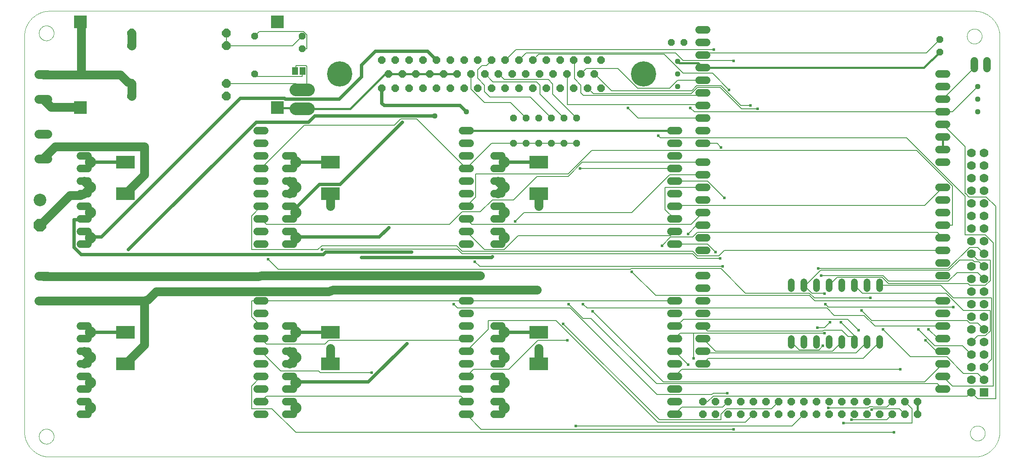
<source format=gtl>
G04 EAGLE Gerber RS-274X export*
G75*
%MOMM*%
%FSLAX34Y34*%
%LPD*%
%INTop Copper*%
%IPPOS*%
%AMOC8*
5,1,8,0,0,1.08239X$1,22.5*%
G01*
%ADD10C,0.000000*%
%ADD11C,2.540000*%
%ADD12P,2.749271X8X292.500000*%
%ADD13P,1.429621X8X112.500000*%
%ADD14P,1.649562X8X202.500000*%
%ADD15C,5.080000*%
%ADD16C,1.790700*%
%ADD17C,1.524000*%
%ADD18P,1.649562X8X22.500000*%
%ADD19R,1.778000X1.778000*%
%ADD20C,1.778000*%
%ADD21R,3.810000X2.500000*%
%ADD22C,1.117600*%
%ADD23P,1.429621X8X292.500000*%
%ADD24C,1.320800*%
%ADD25R,1.168400X1.600200*%
%ADD26C,2.552700*%
%ADD27P,1.924489X8X22.500000*%
%ADD28R,2.500000X2.500000*%
%ADD29C,2.250000*%
%ADD30P,1.429621X8X202.500000*%
%ADD31C,1.778000*%
%ADD32C,0.609600*%
%ADD33C,0.406400*%
%ADD34C,0.203200*%
%ADD35C,0.635000*%
%ADD36C,1.125000*%
%ADD37C,0.152400*%


D10*
X51000Y-3050D02*
X1911350Y-3050D01*
X1912578Y-3035D01*
X1913804Y-2991D01*
X1915030Y-2917D01*
X1916253Y-2813D01*
X1917473Y-2680D01*
X1918690Y-2517D01*
X1919903Y-2325D01*
X1921110Y-2104D01*
X1922312Y-1853D01*
X1923507Y-1574D01*
X1924696Y-1266D01*
X1925876Y-929D01*
X1927048Y-564D01*
X1928211Y-170D01*
X1929364Y251D01*
X1930506Y700D01*
X1931638Y1177D01*
X1932757Y1681D01*
X1933864Y2212D01*
X1934958Y2769D01*
X1936038Y3352D01*
X1937104Y3962D01*
X1938154Y4597D01*
X1939189Y5257D01*
X1940208Y5942D01*
X1941209Y6652D01*
X1942194Y7385D01*
X1943160Y8143D01*
X1944108Y8923D01*
X1945037Y9726D01*
X1945946Y10551D01*
X1946834Y11398D01*
X1947702Y12266D01*
X1948549Y13154D01*
X1949374Y14063D01*
X1950177Y14992D01*
X1950957Y15940D01*
X1951715Y16906D01*
X1952448Y17891D01*
X1953158Y18892D01*
X1953843Y19911D01*
X1954503Y20946D01*
X1955138Y21996D01*
X1955748Y23062D01*
X1956331Y24142D01*
X1956888Y25236D01*
X1957419Y26343D01*
X1957923Y27462D01*
X1958400Y28594D01*
X1958849Y29736D01*
X1959270Y30889D01*
X1959664Y32052D01*
X1960029Y33224D01*
X1960366Y34404D01*
X1960674Y35593D01*
X1960953Y36788D01*
X1961204Y37990D01*
X1961425Y39197D01*
X1961617Y40410D01*
X1961780Y41627D01*
X1961913Y42847D01*
X1962017Y44070D01*
X1962091Y45296D01*
X1962135Y46522D01*
X1962150Y47750D01*
X1962150Y844550D01*
X1962135Y845778D01*
X1962091Y847004D01*
X1962017Y848230D01*
X1961913Y849453D01*
X1961780Y850673D01*
X1961617Y851890D01*
X1961425Y853103D01*
X1961204Y854310D01*
X1960953Y855512D01*
X1960674Y856707D01*
X1960366Y857896D01*
X1960029Y859076D01*
X1959664Y860248D01*
X1959270Y861411D01*
X1958849Y862564D01*
X1958400Y863706D01*
X1957923Y864838D01*
X1957419Y865957D01*
X1956888Y867064D01*
X1956331Y868158D01*
X1955748Y869238D01*
X1955138Y870304D01*
X1954503Y871354D01*
X1953843Y872389D01*
X1953158Y873408D01*
X1952448Y874409D01*
X1951715Y875394D01*
X1950957Y876360D01*
X1950177Y877308D01*
X1949374Y878237D01*
X1948549Y879146D01*
X1947702Y880034D01*
X1946834Y880902D01*
X1945946Y881749D01*
X1945037Y882574D01*
X1944108Y883377D01*
X1943160Y884157D01*
X1942194Y884915D01*
X1941209Y885648D01*
X1940208Y886358D01*
X1939189Y887043D01*
X1938154Y887703D01*
X1937104Y888338D01*
X1936038Y888948D01*
X1934958Y889531D01*
X1933864Y890088D01*
X1932757Y890619D01*
X1931638Y891123D01*
X1930506Y891600D01*
X1929364Y892049D01*
X1928211Y892470D01*
X1927048Y892864D01*
X1925876Y893229D01*
X1924696Y893566D01*
X1923507Y893874D01*
X1922312Y894153D01*
X1921110Y894404D01*
X1919903Y894625D01*
X1918690Y894817D01*
X1917473Y894980D01*
X1916253Y895113D01*
X1915030Y895217D01*
X1913804Y895291D01*
X1912578Y895335D01*
X1911350Y895350D01*
X51000Y895350D01*
X49772Y895335D01*
X48546Y895291D01*
X47320Y895217D01*
X46097Y895113D01*
X44877Y894980D01*
X43660Y894817D01*
X42447Y894625D01*
X41240Y894404D01*
X40038Y894153D01*
X38843Y893874D01*
X37654Y893566D01*
X36474Y893229D01*
X35302Y892864D01*
X34139Y892470D01*
X32986Y892049D01*
X31844Y891600D01*
X30712Y891123D01*
X29593Y890619D01*
X28486Y890088D01*
X27392Y889531D01*
X26312Y888948D01*
X25246Y888338D01*
X24196Y887703D01*
X23161Y887043D01*
X22142Y886358D01*
X21141Y885648D01*
X20156Y884915D01*
X19190Y884157D01*
X18242Y883377D01*
X17313Y882574D01*
X16404Y881749D01*
X15516Y880902D01*
X14648Y880034D01*
X13801Y879146D01*
X12976Y878237D01*
X12173Y877308D01*
X11393Y876360D01*
X10635Y875394D01*
X9902Y874409D01*
X9192Y873408D01*
X8507Y872389D01*
X7847Y871354D01*
X7212Y870304D01*
X6602Y869238D01*
X6019Y868158D01*
X5462Y867064D01*
X4931Y865957D01*
X4427Y864838D01*
X3950Y863706D01*
X3501Y862564D01*
X3080Y861411D01*
X2686Y860248D01*
X2321Y859076D01*
X1984Y857896D01*
X1676Y856707D01*
X1397Y855512D01*
X1146Y854310D01*
X925Y853103D01*
X733Y851890D01*
X570Y850673D01*
X437Y849453D01*
X333Y848230D01*
X259Y847004D01*
X215Y845778D01*
X200Y844550D01*
X200Y47750D01*
X215Y46522D01*
X259Y45296D01*
X333Y44070D01*
X437Y42847D01*
X570Y41627D01*
X733Y40410D01*
X925Y39197D01*
X1146Y37990D01*
X1397Y36788D01*
X1676Y35593D01*
X1984Y34404D01*
X2321Y33224D01*
X2686Y32052D01*
X3080Y30889D01*
X3501Y29736D01*
X3950Y28594D01*
X4427Y27462D01*
X4931Y26343D01*
X5462Y25236D01*
X6019Y24142D01*
X6602Y23062D01*
X7212Y21996D01*
X7847Y20946D01*
X8507Y19911D01*
X9192Y18892D01*
X9902Y17891D01*
X10635Y16906D01*
X11393Y15940D01*
X12173Y14992D01*
X12976Y14063D01*
X13801Y13154D01*
X14648Y12266D01*
X15516Y11398D01*
X16404Y10551D01*
X17313Y9726D01*
X18242Y8923D01*
X19190Y8143D01*
X20156Y7385D01*
X21141Y6652D01*
X22142Y5942D01*
X23161Y5257D01*
X24196Y4597D01*
X25246Y3962D01*
X26312Y3352D01*
X27392Y2769D01*
X28486Y2212D01*
X29593Y1681D01*
X30712Y1177D01*
X31844Y700D01*
X32986Y251D01*
X34139Y-170D01*
X35302Y-564D01*
X36474Y-929D01*
X37654Y-1266D01*
X38843Y-1574D01*
X40038Y-1853D01*
X41240Y-2104D01*
X42447Y-2325D01*
X43660Y-2517D01*
X44877Y-2680D01*
X46097Y-2813D01*
X47320Y-2917D01*
X48546Y-2991D01*
X49772Y-3035D01*
X51000Y-3050D01*
D11*
X31750Y514350D03*
D12*
X31750Y463550D03*
D13*
X984250Y628650D03*
X984250Y679450D03*
X1009650Y628650D03*
X1009650Y679450D03*
X1035050Y628650D03*
X1035050Y679450D03*
X1085850Y628650D03*
X1085850Y679450D03*
X1060450Y628650D03*
X1060450Y679450D03*
X1111250Y628650D03*
X1111250Y679450D03*
D14*
X1160526Y796798D03*
X1133094Y796798D03*
X1105408Y796798D03*
X1077722Y796798D03*
X1050290Y796798D03*
X1022604Y796798D03*
X994918Y796798D03*
X967486Y796798D03*
X939800Y796798D03*
X912114Y796798D03*
X884682Y796798D03*
X856996Y796798D03*
X1146810Y768350D03*
X1119124Y768350D03*
X1091692Y768350D03*
X1064006Y768350D03*
X1036320Y768350D03*
X1008888Y768350D03*
X981202Y768350D03*
X953516Y768350D03*
X926084Y768350D03*
X898398Y768350D03*
X870712Y768350D03*
X829310Y796798D03*
X801878Y796798D03*
X774192Y796798D03*
X746506Y796798D03*
X843280Y768350D03*
X815594Y768350D03*
X787908Y768350D03*
X760476Y768350D03*
X719074Y796798D03*
X732790Y768350D03*
X1160526Y739902D03*
X1133094Y739902D03*
X1105408Y739902D03*
X1077722Y739902D03*
X1050290Y739902D03*
X1022604Y739902D03*
X994918Y739902D03*
X967486Y739902D03*
X939800Y739902D03*
X912114Y739902D03*
X884682Y739902D03*
X856996Y739902D03*
X829310Y739902D03*
X801878Y739902D03*
X774192Y739902D03*
X746506Y739902D03*
X719074Y739902D03*
D15*
X634238Y768350D03*
X1245362Y768350D03*
D16*
X47054Y597300D02*
X29147Y597300D01*
X29147Y647300D02*
X47054Y647300D01*
D17*
X1840230Y717550D02*
X1855470Y717550D01*
X1855470Y692150D02*
X1840230Y692150D01*
X1840230Y666750D02*
X1855470Y666750D01*
X1855470Y641350D02*
X1840230Y641350D01*
X1840230Y615950D02*
X1855470Y615950D01*
X1855470Y590550D02*
X1840230Y590550D01*
X1840230Y539750D02*
X1855470Y539750D01*
X1855470Y514350D02*
X1840230Y514350D01*
X1840230Y488950D02*
X1855470Y488950D01*
X1855470Y463550D02*
X1840230Y463550D01*
X1840230Y438150D02*
X1855470Y438150D01*
X1855470Y412750D02*
X1840230Y412750D01*
X1840230Y387350D02*
X1855470Y387350D01*
X1855470Y361950D02*
X1840230Y361950D01*
X1840230Y311150D02*
X1855470Y311150D01*
X1855470Y285750D02*
X1840230Y285750D01*
X1840230Y260350D02*
X1855470Y260350D01*
X1855470Y234950D02*
X1840230Y234950D01*
X1840230Y209550D02*
X1855470Y209550D01*
X1855470Y184150D02*
X1840230Y184150D01*
X1840230Y158750D02*
X1855470Y158750D01*
X1855470Y133350D02*
X1840230Y133350D01*
X1372870Y184150D02*
X1357630Y184150D01*
X1357630Y209550D02*
X1372870Y209550D01*
X1372870Y234950D02*
X1357630Y234950D01*
X1357630Y260350D02*
X1372870Y260350D01*
X1372870Y285750D02*
X1357630Y285750D01*
X1357630Y311150D02*
X1372870Y311150D01*
X1372870Y336550D02*
X1357630Y336550D01*
X1357630Y361950D02*
X1372870Y361950D01*
X1372870Y412750D02*
X1357630Y412750D01*
X1357630Y438150D02*
X1372870Y438150D01*
X1372870Y463550D02*
X1357630Y463550D01*
X1357630Y488950D02*
X1372870Y488950D01*
X1372870Y514350D02*
X1357630Y514350D01*
X1357630Y539750D02*
X1372870Y539750D01*
X1372870Y565150D02*
X1357630Y565150D01*
X1357630Y590550D02*
X1372870Y590550D01*
X1372870Y628650D02*
X1357630Y628650D01*
X1357630Y654050D02*
X1372870Y654050D01*
X1372870Y679450D02*
X1357630Y679450D01*
X1357630Y704850D02*
X1372870Y704850D01*
X1372870Y730250D02*
X1357630Y730250D01*
X1357630Y755650D02*
X1372870Y755650D01*
X1372870Y781050D02*
X1357630Y781050D01*
X1357630Y806450D02*
X1372870Y806450D01*
D18*
X1365250Y107950D03*
X1365250Y82550D03*
X1390650Y107950D03*
X1390650Y82550D03*
X1416050Y107950D03*
X1416050Y82550D03*
X1441450Y107950D03*
X1441450Y82550D03*
X1466850Y107950D03*
X1466850Y82550D03*
X1492250Y107950D03*
X1492250Y82550D03*
X1517650Y107950D03*
X1517650Y82550D03*
X1543050Y107950D03*
X1543050Y82550D03*
X1568450Y107950D03*
X1568450Y82550D03*
X1593850Y107950D03*
X1593850Y82550D03*
X1619250Y107950D03*
X1619250Y82550D03*
X1644650Y107950D03*
X1644650Y82550D03*
X1670050Y107950D03*
X1670050Y82550D03*
X1695450Y107950D03*
X1695450Y82550D03*
X1720850Y107950D03*
X1720850Y82550D03*
X1746250Y107950D03*
X1746250Y82550D03*
X1771650Y107950D03*
X1771650Y82550D03*
X1797050Y107950D03*
X1797050Y82550D03*
D17*
X1372870Y831850D02*
X1357630Y831850D01*
X1357630Y857250D02*
X1372870Y857250D01*
X1840230Y768350D02*
X1855470Y768350D01*
X1855470Y742950D02*
X1840230Y742950D01*
D19*
X1930400Y127000D03*
D20*
X1905000Y127000D03*
X1930400Y152400D03*
X1905000Y152400D03*
X1930400Y177800D03*
X1905000Y177800D03*
X1930400Y203200D03*
X1905000Y203200D03*
X1930400Y228600D03*
X1905000Y228600D03*
X1930400Y254000D03*
X1905000Y254000D03*
X1930400Y279400D03*
X1905000Y279400D03*
X1930400Y304800D03*
X1905000Y304800D03*
X1930400Y330200D03*
X1905000Y330200D03*
X1930400Y355600D03*
X1905000Y355600D03*
X1930400Y381000D03*
X1905000Y381000D03*
X1930400Y406400D03*
X1905000Y406400D03*
X1930400Y431800D03*
X1905000Y431800D03*
X1930400Y457200D03*
X1905000Y457200D03*
X1930400Y482600D03*
X1905000Y482600D03*
X1930400Y508000D03*
X1905000Y508000D03*
X1930400Y533400D03*
X1905000Y533400D03*
X1930400Y558800D03*
X1905000Y558800D03*
X1930400Y584200D03*
X1905000Y584200D03*
X1930400Y609600D03*
X1905000Y609600D03*
D21*
X1035050Y590550D03*
X1035050Y527050D03*
D10*
X29450Y38100D02*
X29455Y38468D01*
X29468Y38836D01*
X29491Y39203D01*
X29522Y39570D01*
X29563Y39936D01*
X29612Y40301D01*
X29671Y40664D01*
X29738Y41026D01*
X29814Y41387D01*
X29900Y41745D01*
X29993Y42101D01*
X30096Y42454D01*
X30207Y42805D01*
X30327Y43153D01*
X30455Y43498D01*
X30592Y43840D01*
X30737Y44179D01*
X30890Y44513D01*
X31052Y44844D01*
X31221Y45171D01*
X31399Y45493D01*
X31584Y45812D01*
X31777Y46125D01*
X31978Y46434D01*
X32186Y46737D01*
X32402Y47035D01*
X32625Y47328D01*
X32855Y47616D01*
X33092Y47898D01*
X33336Y48173D01*
X33586Y48443D01*
X33843Y48707D01*
X34107Y48964D01*
X34377Y49214D01*
X34652Y49458D01*
X34934Y49695D01*
X35222Y49925D01*
X35515Y50148D01*
X35813Y50364D01*
X36116Y50572D01*
X36425Y50773D01*
X36738Y50966D01*
X37057Y51151D01*
X37379Y51329D01*
X37706Y51498D01*
X38037Y51660D01*
X38371Y51813D01*
X38710Y51958D01*
X39052Y52095D01*
X39397Y52223D01*
X39745Y52343D01*
X40096Y52454D01*
X40449Y52557D01*
X40805Y52650D01*
X41163Y52736D01*
X41524Y52812D01*
X41886Y52879D01*
X42249Y52938D01*
X42614Y52987D01*
X42980Y53028D01*
X43347Y53059D01*
X43714Y53082D01*
X44082Y53095D01*
X44450Y53100D01*
X44818Y53095D01*
X45186Y53082D01*
X45553Y53059D01*
X45920Y53028D01*
X46286Y52987D01*
X46651Y52938D01*
X47014Y52879D01*
X47376Y52812D01*
X47737Y52736D01*
X48095Y52650D01*
X48451Y52557D01*
X48804Y52454D01*
X49155Y52343D01*
X49503Y52223D01*
X49848Y52095D01*
X50190Y51958D01*
X50529Y51813D01*
X50863Y51660D01*
X51194Y51498D01*
X51521Y51329D01*
X51843Y51151D01*
X52162Y50966D01*
X52475Y50773D01*
X52784Y50572D01*
X53087Y50364D01*
X53385Y50148D01*
X53678Y49925D01*
X53966Y49695D01*
X54248Y49458D01*
X54523Y49214D01*
X54793Y48964D01*
X55057Y48707D01*
X55314Y48443D01*
X55564Y48173D01*
X55808Y47898D01*
X56045Y47616D01*
X56275Y47328D01*
X56498Y47035D01*
X56714Y46737D01*
X56922Y46434D01*
X57123Y46125D01*
X57316Y45812D01*
X57501Y45493D01*
X57679Y45171D01*
X57848Y44844D01*
X58010Y44513D01*
X58163Y44179D01*
X58308Y43840D01*
X58445Y43498D01*
X58573Y43153D01*
X58693Y42805D01*
X58804Y42454D01*
X58907Y42101D01*
X59000Y41745D01*
X59086Y41387D01*
X59162Y41026D01*
X59229Y40664D01*
X59288Y40301D01*
X59337Y39936D01*
X59378Y39570D01*
X59409Y39203D01*
X59432Y38836D01*
X59445Y38468D01*
X59450Y38100D01*
X59445Y37732D01*
X59432Y37364D01*
X59409Y36997D01*
X59378Y36630D01*
X59337Y36264D01*
X59288Y35899D01*
X59229Y35536D01*
X59162Y35174D01*
X59086Y34813D01*
X59000Y34455D01*
X58907Y34099D01*
X58804Y33746D01*
X58693Y33395D01*
X58573Y33047D01*
X58445Y32702D01*
X58308Y32360D01*
X58163Y32021D01*
X58010Y31687D01*
X57848Y31356D01*
X57679Y31029D01*
X57501Y30707D01*
X57316Y30388D01*
X57123Y30075D01*
X56922Y29766D01*
X56714Y29463D01*
X56498Y29165D01*
X56275Y28872D01*
X56045Y28584D01*
X55808Y28302D01*
X55564Y28027D01*
X55314Y27757D01*
X55057Y27493D01*
X54793Y27236D01*
X54523Y26986D01*
X54248Y26742D01*
X53966Y26505D01*
X53678Y26275D01*
X53385Y26052D01*
X53087Y25836D01*
X52784Y25628D01*
X52475Y25427D01*
X52162Y25234D01*
X51843Y25049D01*
X51521Y24871D01*
X51194Y24702D01*
X50863Y24540D01*
X50529Y24387D01*
X50190Y24242D01*
X49848Y24105D01*
X49503Y23977D01*
X49155Y23857D01*
X48804Y23746D01*
X48451Y23643D01*
X48095Y23550D01*
X47737Y23464D01*
X47376Y23388D01*
X47014Y23321D01*
X46651Y23262D01*
X46286Y23213D01*
X45920Y23172D01*
X45553Y23141D01*
X45186Y23118D01*
X44818Y23105D01*
X44450Y23100D01*
X44082Y23105D01*
X43714Y23118D01*
X43347Y23141D01*
X42980Y23172D01*
X42614Y23213D01*
X42249Y23262D01*
X41886Y23321D01*
X41524Y23388D01*
X41163Y23464D01*
X40805Y23550D01*
X40449Y23643D01*
X40096Y23746D01*
X39745Y23857D01*
X39397Y23977D01*
X39052Y24105D01*
X38710Y24242D01*
X38371Y24387D01*
X38037Y24540D01*
X37706Y24702D01*
X37379Y24871D01*
X37057Y25049D01*
X36738Y25234D01*
X36425Y25427D01*
X36116Y25628D01*
X35813Y25836D01*
X35515Y26052D01*
X35222Y26275D01*
X34934Y26505D01*
X34652Y26742D01*
X34377Y26986D01*
X34107Y27236D01*
X33843Y27493D01*
X33586Y27757D01*
X33336Y28027D01*
X33092Y28302D01*
X32855Y28584D01*
X32625Y28872D01*
X32402Y29165D01*
X32186Y29463D01*
X31978Y29766D01*
X31777Y30075D01*
X31584Y30388D01*
X31399Y30707D01*
X31221Y31029D01*
X31052Y31356D01*
X30890Y31687D01*
X30737Y32021D01*
X30592Y32360D01*
X30455Y32702D01*
X30327Y33047D01*
X30207Y33395D01*
X30096Y33746D01*
X29993Y34099D01*
X29900Y34455D01*
X29814Y34813D01*
X29738Y35174D01*
X29671Y35536D01*
X29612Y35899D01*
X29563Y36264D01*
X29522Y36630D01*
X29491Y36997D01*
X29468Y37364D01*
X29455Y37732D01*
X29450Y38100D01*
X29450Y850900D02*
X29455Y851268D01*
X29468Y851636D01*
X29491Y852003D01*
X29522Y852370D01*
X29563Y852736D01*
X29612Y853101D01*
X29671Y853464D01*
X29738Y853826D01*
X29814Y854187D01*
X29900Y854545D01*
X29993Y854901D01*
X30096Y855254D01*
X30207Y855605D01*
X30327Y855953D01*
X30455Y856298D01*
X30592Y856640D01*
X30737Y856979D01*
X30890Y857313D01*
X31052Y857644D01*
X31221Y857971D01*
X31399Y858293D01*
X31584Y858612D01*
X31777Y858925D01*
X31978Y859234D01*
X32186Y859537D01*
X32402Y859835D01*
X32625Y860128D01*
X32855Y860416D01*
X33092Y860698D01*
X33336Y860973D01*
X33586Y861243D01*
X33843Y861507D01*
X34107Y861764D01*
X34377Y862014D01*
X34652Y862258D01*
X34934Y862495D01*
X35222Y862725D01*
X35515Y862948D01*
X35813Y863164D01*
X36116Y863372D01*
X36425Y863573D01*
X36738Y863766D01*
X37057Y863951D01*
X37379Y864129D01*
X37706Y864298D01*
X38037Y864460D01*
X38371Y864613D01*
X38710Y864758D01*
X39052Y864895D01*
X39397Y865023D01*
X39745Y865143D01*
X40096Y865254D01*
X40449Y865357D01*
X40805Y865450D01*
X41163Y865536D01*
X41524Y865612D01*
X41886Y865679D01*
X42249Y865738D01*
X42614Y865787D01*
X42980Y865828D01*
X43347Y865859D01*
X43714Y865882D01*
X44082Y865895D01*
X44450Y865900D01*
X44818Y865895D01*
X45186Y865882D01*
X45553Y865859D01*
X45920Y865828D01*
X46286Y865787D01*
X46651Y865738D01*
X47014Y865679D01*
X47376Y865612D01*
X47737Y865536D01*
X48095Y865450D01*
X48451Y865357D01*
X48804Y865254D01*
X49155Y865143D01*
X49503Y865023D01*
X49848Y864895D01*
X50190Y864758D01*
X50529Y864613D01*
X50863Y864460D01*
X51194Y864298D01*
X51521Y864129D01*
X51843Y863951D01*
X52162Y863766D01*
X52475Y863573D01*
X52784Y863372D01*
X53087Y863164D01*
X53385Y862948D01*
X53678Y862725D01*
X53966Y862495D01*
X54248Y862258D01*
X54523Y862014D01*
X54793Y861764D01*
X55057Y861507D01*
X55314Y861243D01*
X55564Y860973D01*
X55808Y860698D01*
X56045Y860416D01*
X56275Y860128D01*
X56498Y859835D01*
X56714Y859537D01*
X56922Y859234D01*
X57123Y858925D01*
X57316Y858612D01*
X57501Y858293D01*
X57679Y857971D01*
X57848Y857644D01*
X58010Y857313D01*
X58163Y856979D01*
X58308Y856640D01*
X58445Y856298D01*
X58573Y855953D01*
X58693Y855605D01*
X58804Y855254D01*
X58907Y854901D01*
X59000Y854545D01*
X59086Y854187D01*
X59162Y853826D01*
X59229Y853464D01*
X59288Y853101D01*
X59337Y852736D01*
X59378Y852370D01*
X59409Y852003D01*
X59432Y851636D01*
X59445Y851268D01*
X59450Y850900D01*
X59445Y850532D01*
X59432Y850164D01*
X59409Y849797D01*
X59378Y849430D01*
X59337Y849064D01*
X59288Y848699D01*
X59229Y848336D01*
X59162Y847974D01*
X59086Y847613D01*
X59000Y847255D01*
X58907Y846899D01*
X58804Y846546D01*
X58693Y846195D01*
X58573Y845847D01*
X58445Y845502D01*
X58308Y845160D01*
X58163Y844821D01*
X58010Y844487D01*
X57848Y844156D01*
X57679Y843829D01*
X57501Y843507D01*
X57316Y843188D01*
X57123Y842875D01*
X56922Y842566D01*
X56714Y842263D01*
X56498Y841965D01*
X56275Y841672D01*
X56045Y841384D01*
X55808Y841102D01*
X55564Y840827D01*
X55314Y840557D01*
X55057Y840293D01*
X54793Y840036D01*
X54523Y839786D01*
X54248Y839542D01*
X53966Y839305D01*
X53678Y839075D01*
X53385Y838852D01*
X53087Y838636D01*
X52784Y838428D01*
X52475Y838227D01*
X52162Y838034D01*
X51843Y837849D01*
X51521Y837671D01*
X51194Y837502D01*
X50863Y837340D01*
X50529Y837187D01*
X50190Y837042D01*
X49848Y836905D01*
X49503Y836777D01*
X49155Y836657D01*
X48804Y836546D01*
X48451Y836443D01*
X48095Y836350D01*
X47737Y836264D01*
X47376Y836188D01*
X47014Y836121D01*
X46651Y836062D01*
X46286Y836013D01*
X45920Y835972D01*
X45553Y835941D01*
X45186Y835918D01*
X44818Y835905D01*
X44450Y835900D01*
X44082Y835905D01*
X43714Y835918D01*
X43347Y835941D01*
X42980Y835972D01*
X42614Y836013D01*
X42249Y836062D01*
X41886Y836121D01*
X41524Y836188D01*
X41163Y836264D01*
X40805Y836350D01*
X40449Y836443D01*
X40096Y836546D01*
X39745Y836657D01*
X39397Y836777D01*
X39052Y836905D01*
X38710Y837042D01*
X38371Y837187D01*
X38037Y837340D01*
X37706Y837502D01*
X37379Y837671D01*
X37057Y837849D01*
X36738Y838034D01*
X36425Y838227D01*
X36116Y838428D01*
X35813Y838636D01*
X35515Y838852D01*
X35222Y839075D01*
X34934Y839305D01*
X34652Y839542D01*
X34377Y839786D01*
X34107Y840036D01*
X33843Y840293D01*
X33586Y840557D01*
X33336Y840827D01*
X33092Y841102D01*
X32855Y841384D01*
X32625Y841672D01*
X32402Y841965D01*
X32186Y842263D01*
X31978Y842566D01*
X31777Y842875D01*
X31584Y843188D01*
X31399Y843507D01*
X31221Y843829D01*
X31052Y844156D01*
X30890Y844487D01*
X30737Y844821D01*
X30592Y845160D01*
X30455Y845502D01*
X30327Y845847D01*
X30207Y846195D01*
X30096Y846546D01*
X29993Y846899D01*
X29900Y847255D01*
X29814Y847613D01*
X29738Y847974D01*
X29671Y848336D01*
X29612Y848699D01*
X29563Y849064D01*
X29522Y849430D01*
X29491Y849797D01*
X29468Y850164D01*
X29455Y850532D01*
X29450Y850900D01*
X1896350Y844550D02*
X1896355Y844918D01*
X1896368Y845286D01*
X1896391Y845653D01*
X1896422Y846020D01*
X1896463Y846386D01*
X1896512Y846751D01*
X1896571Y847114D01*
X1896638Y847476D01*
X1896714Y847837D01*
X1896800Y848195D01*
X1896893Y848551D01*
X1896996Y848904D01*
X1897107Y849255D01*
X1897227Y849603D01*
X1897355Y849948D01*
X1897492Y850290D01*
X1897637Y850629D01*
X1897790Y850963D01*
X1897952Y851294D01*
X1898121Y851621D01*
X1898299Y851943D01*
X1898484Y852262D01*
X1898677Y852575D01*
X1898878Y852884D01*
X1899086Y853187D01*
X1899302Y853485D01*
X1899525Y853778D01*
X1899755Y854066D01*
X1899992Y854348D01*
X1900236Y854623D01*
X1900486Y854893D01*
X1900743Y855157D01*
X1901007Y855414D01*
X1901277Y855664D01*
X1901552Y855908D01*
X1901834Y856145D01*
X1902122Y856375D01*
X1902415Y856598D01*
X1902713Y856814D01*
X1903016Y857022D01*
X1903325Y857223D01*
X1903638Y857416D01*
X1903957Y857601D01*
X1904279Y857779D01*
X1904606Y857948D01*
X1904937Y858110D01*
X1905271Y858263D01*
X1905610Y858408D01*
X1905952Y858545D01*
X1906297Y858673D01*
X1906645Y858793D01*
X1906996Y858904D01*
X1907349Y859007D01*
X1907705Y859100D01*
X1908063Y859186D01*
X1908424Y859262D01*
X1908786Y859329D01*
X1909149Y859388D01*
X1909514Y859437D01*
X1909880Y859478D01*
X1910247Y859509D01*
X1910614Y859532D01*
X1910982Y859545D01*
X1911350Y859550D01*
X1911718Y859545D01*
X1912086Y859532D01*
X1912453Y859509D01*
X1912820Y859478D01*
X1913186Y859437D01*
X1913551Y859388D01*
X1913914Y859329D01*
X1914276Y859262D01*
X1914637Y859186D01*
X1914995Y859100D01*
X1915351Y859007D01*
X1915704Y858904D01*
X1916055Y858793D01*
X1916403Y858673D01*
X1916748Y858545D01*
X1917090Y858408D01*
X1917429Y858263D01*
X1917763Y858110D01*
X1918094Y857948D01*
X1918421Y857779D01*
X1918743Y857601D01*
X1919062Y857416D01*
X1919375Y857223D01*
X1919684Y857022D01*
X1919987Y856814D01*
X1920285Y856598D01*
X1920578Y856375D01*
X1920866Y856145D01*
X1921148Y855908D01*
X1921423Y855664D01*
X1921693Y855414D01*
X1921957Y855157D01*
X1922214Y854893D01*
X1922464Y854623D01*
X1922708Y854348D01*
X1922945Y854066D01*
X1923175Y853778D01*
X1923398Y853485D01*
X1923614Y853187D01*
X1923822Y852884D01*
X1924023Y852575D01*
X1924216Y852262D01*
X1924401Y851943D01*
X1924579Y851621D01*
X1924748Y851294D01*
X1924910Y850963D01*
X1925063Y850629D01*
X1925208Y850290D01*
X1925345Y849948D01*
X1925473Y849603D01*
X1925593Y849255D01*
X1925704Y848904D01*
X1925807Y848551D01*
X1925900Y848195D01*
X1925986Y847837D01*
X1926062Y847476D01*
X1926129Y847114D01*
X1926188Y846751D01*
X1926237Y846386D01*
X1926278Y846020D01*
X1926309Y845653D01*
X1926332Y845286D01*
X1926345Y844918D01*
X1926350Y844550D01*
X1926345Y844182D01*
X1926332Y843814D01*
X1926309Y843447D01*
X1926278Y843080D01*
X1926237Y842714D01*
X1926188Y842349D01*
X1926129Y841986D01*
X1926062Y841624D01*
X1925986Y841263D01*
X1925900Y840905D01*
X1925807Y840549D01*
X1925704Y840196D01*
X1925593Y839845D01*
X1925473Y839497D01*
X1925345Y839152D01*
X1925208Y838810D01*
X1925063Y838471D01*
X1924910Y838137D01*
X1924748Y837806D01*
X1924579Y837479D01*
X1924401Y837157D01*
X1924216Y836838D01*
X1924023Y836525D01*
X1923822Y836216D01*
X1923614Y835913D01*
X1923398Y835615D01*
X1923175Y835322D01*
X1922945Y835034D01*
X1922708Y834752D01*
X1922464Y834477D01*
X1922214Y834207D01*
X1921957Y833943D01*
X1921693Y833686D01*
X1921423Y833436D01*
X1921148Y833192D01*
X1920866Y832955D01*
X1920578Y832725D01*
X1920285Y832502D01*
X1919987Y832286D01*
X1919684Y832078D01*
X1919375Y831877D01*
X1919062Y831684D01*
X1918743Y831499D01*
X1918421Y831321D01*
X1918094Y831152D01*
X1917763Y830990D01*
X1917429Y830837D01*
X1917090Y830692D01*
X1916748Y830555D01*
X1916403Y830427D01*
X1916055Y830307D01*
X1915704Y830196D01*
X1915351Y830093D01*
X1914995Y830000D01*
X1914637Y829914D01*
X1914276Y829838D01*
X1913914Y829771D01*
X1913551Y829712D01*
X1913186Y829663D01*
X1912820Y829622D01*
X1912453Y829591D01*
X1912086Y829568D01*
X1911718Y829555D01*
X1911350Y829550D01*
X1910982Y829555D01*
X1910614Y829568D01*
X1910247Y829591D01*
X1909880Y829622D01*
X1909514Y829663D01*
X1909149Y829712D01*
X1908786Y829771D01*
X1908424Y829838D01*
X1908063Y829914D01*
X1907705Y830000D01*
X1907349Y830093D01*
X1906996Y830196D01*
X1906645Y830307D01*
X1906297Y830427D01*
X1905952Y830555D01*
X1905610Y830692D01*
X1905271Y830837D01*
X1904937Y830990D01*
X1904606Y831152D01*
X1904279Y831321D01*
X1903957Y831499D01*
X1903638Y831684D01*
X1903325Y831877D01*
X1903016Y832078D01*
X1902713Y832286D01*
X1902415Y832502D01*
X1902122Y832725D01*
X1901834Y832955D01*
X1901552Y833192D01*
X1901277Y833436D01*
X1901007Y833686D01*
X1900743Y833943D01*
X1900486Y834207D01*
X1900236Y834477D01*
X1899992Y834752D01*
X1899755Y835034D01*
X1899525Y835322D01*
X1899302Y835615D01*
X1899086Y835913D01*
X1898878Y836216D01*
X1898677Y836525D01*
X1898484Y836838D01*
X1898299Y837157D01*
X1898121Y837479D01*
X1897952Y837806D01*
X1897790Y838137D01*
X1897637Y838471D01*
X1897492Y838810D01*
X1897355Y839152D01*
X1897227Y839497D01*
X1897107Y839845D01*
X1896996Y840196D01*
X1896893Y840549D01*
X1896800Y840905D01*
X1896714Y841263D01*
X1896638Y841624D01*
X1896571Y841986D01*
X1896512Y842349D01*
X1896463Y842714D01*
X1896422Y843080D01*
X1896391Y843447D01*
X1896368Y843814D01*
X1896355Y844182D01*
X1896350Y844550D01*
D22*
X1917700Y742950D03*
X1917700Y717550D03*
X1917700Y692150D03*
D23*
X1841500Y838200D03*
X1841500Y812800D03*
D17*
X1911350Y795020D02*
X1911350Y779780D01*
X1936750Y779780D02*
X1936750Y795020D01*
D10*
X1902700Y44450D02*
X1902705Y44818D01*
X1902718Y45186D01*
X1902741Y45553D01*
X1902772Y45920D01*
X1902813Y46286D01*
X1902862Y46651D01*
X1902921Y47014D01*
X1902988Y47376D01*
X1903064Y47737D01*
X1903150Y48095D01*
X1903243Y48451D01*
X1903346Y48804D01*
X1903457Y49155D01*
X1903577Y49503D01*
X1903705Y49848D01*
X1903842Y50190D01*
X1903987Y50529D01*
X1904140Y50863D01*
X1904302Y51194D01*
X1904471Y51521D01*
X1904649Y51843D01*
X1904834Y52162D01*
X1905027Y52475D01*
X1905228Y52784D01*
X1905436Y53087D01*
X1905652Y53385D01*
X1905875Y53678D01*
X1906105Y53966D01*
X1906342Y54248D01*
X1906586Y54523D01*
X1906836Y54793D01*
X1907093Y55057D01*
X1907357Y55314D01*
X1907627Y55564D01*
X1907902Y55808D01*
X1908184Y56045D01*
X1908472Y56275D01*
X1908765Y56498D01*
X1909063Y56714D01*
X1909366Y56922D01*
X1909675Y57123D01*
X1909988Y57316D01*
X1910307Y57501D01*
X1910629Y57679D01*
X1910956Y57848D01*
X1911287Y58010D01*
X1911621Y58163D01*
X1911960Y58308D01*
X1912302Y58445D01*
X1912647Y58573D01*
X1912995Y58693D01*
X1913346Y58804D01*
X1913699Y58907D01*
X1914055Y59000D01*
X1914413Y59086D01*
X1914774Y59162D01*
X1915136Y59229D01*
X1915499Y59288D01*
X1915864Y59337D01*
X1916230Y59378D01*
X1916597Y59409D01*
X1916964Y59432D01*
X1917332Y59445D01*
X1917700Y59450D01*
X1918068Y59445D01*
X1918436Y59432D01*
X1918803Y59409D01*
X1919170Y59378D01*
X1919536Y59337D01*
X1919901Y59288D01*
X1920264Y59229D01*
X1920626Y59162D01*
X1920987Y59086D01*
X1921345Y59000D01*
X1921701Y58907D01*
X1922054Y58804D01*
X1922405Y58693D01*
X1922753Y58573D01*
X1923098Y58445D01*
X1923440Y58308D01*
X1923779Y58163D01*
X1924113Y58010D01*
X1924444Y57848D01*
X1924771Y57679D01*
X1925093Y57501D01*
X1925412Y57316D01*
X1925725Y57123D01*
X1926034Y56922D01*
X1926337Y56714D01*
X1926635Y56498D01*
X1926928Y56275D01*
X1927216Y56045D01*
X1927498Y55808D01*
X1927773Y55564D01*
X1928043Y55314D01*
X1928307Y55057D01*
X1928564Y54793D01*
X1928814Y54523D01*
X1929058Y54248D01*
X1929295Y53966D01*
X1929525Y53678D01*
X1929748Y53385D01*
X1929964Y53087D01*
X1930172Y52784D01*
X1930373Y52475D01*
X1930566Y52162D01*
X1930751Y51843D01*
X1930929Y51521D01*
X1931098Y51194D01*
X1931260Y50863D01*
X1931413Y50529D01*
X1931558Y50190D01*
X1931695Y49848D01*
X1931823Y49503D01*
X1931943Y49155D01*
X1932054Y48804D01*
X1932157Y48451D01*
X1932250Y48095D01*
X1932336Y47737D01*
X1932412Y47376D01*
X1932479Y47014D01*
X1932538Y46651D01*
X1932587Y46286D01*
X1932628Y45920D01*
X1932659Y45553D01*
X1932682Y45186D01*
X1932695Y44818D01*
X1932700Y44450D01*
X1932695Y44082D01*
X1932682Y43714D01*
X1932659Y43347D01*
X1932628Y42980D01*
X1932587Y42614D01*
X1932538Y42249D01*
X1932479Y41886D01*
X1932412Y41524D01*
X1932336Y41163D01*
X1932250Y40805D01*
X1932157Y40449D01*
X1932054Y40096D01*
X1931943Y39745D01*
X1931823Y39397D01*
X1931695Y39052D01*
X1931558Y38710D01*
X1931413Y38371D01*
X1931260Y38037D01*
X1931098Y37706D01*
X1930929Y37379D01*
X1930751Y37057D01*
X1930566Y36738D01*
X1930373Y36425D01*
X1930172Y36116D01*
X1929964Y35813D01*
X1929748Y35515D01*
X1929525Y35222D01*
X1929295Y34934D01*
X1929058Y34652D01*
X1928814Y34377D01*
X1928564Y34107D01*
X1928307Y33843D01*
X1928043Y33586D01*
X1927773Y33336D01*
X1927498Y33092D01*
X1927216Y32855D01*
X1926928Y32625D01*
X1926635Y32402D01*
X1926337Y32186D01*
X1926034Y31978D01*
X1925725Y31777D01*
X1925412Y31584D01*
X1925093Y31399D01*
X1924771Y31221D01*
X1924444Y31052D01*
X1924113Y30890D01*
X1923779Y30737D01*
X1923440Y30592D01*
X1923098Y30455D01*
X1922753Y30327D01*
X1922405Y30207D01*
X1922054Y30096D01*
X1921701Y29993D01*
X1921345Y29900D01*
X1920987Y29814D01*
X1920626Y29738D01*
X1920264Y29671D01*
X1919901Y29612D01*
X1919536Y29563D01*
X1919170Y29522D01*
X1918803Y29491D01*
X1918436Y29468D01*
X1918068Y29455D01*
X1917700Y29450D01*
X1917332Y29455D01*
X1916964Y29468D01*
X1916597Y29491D01*
X1916230Y29522D01*
X1915864Y29563D01*
X1915499Y29612D01*
X1915136Y29671D01*
X1914774Y29738D01*
X1914413Y29814D01*
X1914055Y29900D01*
X1913699Y29993D01*
X1913346Y30096D01*
X1912995Y30207D01*
X1912647Y30327D01*
X1912302Y30455D01*
X1911960Y30592D01*
X1911621Y30737D01*
X1911287Y30890D01*
X1910956Y31052D01*
X1910629Y31221D01*
X1910307Y31399D01*
X1909988Y31584D01*
X1909675Y31777D01*
X1909366Y31978D01*
X1909063Y32186D01*
X1908765Y32402D01*
X1908472Y32625D01*
X1908184Y32855D01*
X1907902Y33092D01*
X1907627Y33336D01*
X1907357Y33586D01*
X1907093Y33843D01*
X1906836Y34107D01*
X1906586Y34377D01*
X1906342Y34652D01*
X1906105Y34934D01*
X1905875Y35222D01*
X1905652Y35515D01*
X1905436Y35813D01*
X1905228Y36116D01*
X1905027Y36425D01*
X1904834Y36738D01*
X1904649Y37057D01*
X1904471Y37379D01*
X1904302Y37706D01*
X1904140Y38037D01*
X1903987Y38371D01*
X1903842Y38710D01*
X1903705Y39052D01*
X1903577Y39397D01*
X1903457Y39745D01*
X1903346Y40096D01*
X1903243Y40449D01*
X1903150Y40805D01*
X1903064Y41163D01*
X1902988Y41524D01*
X1902921Y41886D01*
X1902862Y42249D01*
X1902813Y42614D01*
X1902772Y42980D01*
X1902741Y43347D01*
X1902718Y43714D01*
X1902705Y44082D01*
X1902700Y44450D01*
D21*
X1035050Y247650D03*
X1035050Y184150D03*
D24*
X1543050Y336296D02*
X1543050Y349504D01*
X1568450Y349504D02*
X1568450Y336296D01*
X1593850Y336296D02*
X1593850Y349504D01*
X1619250Y349504D02*
X1619250Y336296D01*
X1644650Y336296D02*
X1644650Y349504D01*
X1670050Y349504D02*
X1670050Y336296D01*
X1695450Y336296D02*
X1695450Y349504D01*
X1720850Y349504D02*
X1720850Y336296D01*
D16*
X47054Y717950D02*
X29147Y717950D01*
X29147Y767950D02*
X47054Y767950D01*
D25*
X544830Y774700D03*
X560070Y774700D03*
D26*
X571564Y736600D02*
X546037Y736600D01*
X546037Y698500D02*
X571564Y698500D01*
D27*
X215900Y723900D03*
X215900Y749300D03*
X215900Y850900D03*
X215900Y825500D03*
X406400Y723900D03*
X406400Y749300D03*
X406400Y850900D03*
X406400Y825500D03*
D28*
X113030Y873760D03*
X113030Y701040D03*
X509270Y701040D03*
X509270Y873760D03*
D17*
X944880Y425450D02*
X960120Y425450D01*
X960120Y450850D02*
X944880Y450850D01*
X944880Y476250D02*
X960120Y476250D01*
X960120Y501650D02*
X944880Y501650D01*
X944880Y527050D02*
X960120Y527050D01*
X960120Y552450D02*
X944880Y552450D01*
X944880Y577850D02*
X960120Y577850D01*
X960120Y603250D02*
X944880Y603250D01*
X1300480Y425450D02*
X1315720Y425450D01*
X1315720Y450850D02*
X1300480Y450850D01*
X1300480Y476250D02*
X1315720Y476250D01*
X1315720Y501650D02*
X1300480Y501650D01*
X1300480Y527050D02*
X1315720Y527050D01*
X1315720Y552450D02*
X1300480Y552450D01*
X1300480Y577850D02*
X1315720Y577850D01*
X1315720Y603250D02*
X1300480Y603250D01*
X1300480Y628650D02*
X1315720Y628650D01*
X1315720Y654050D02*
X1300480Y654050D01*
D29*
X965200Y590550D03*
X965200Y539750D03*
X965200Y488950D03*
X965200Y438150D03*
D13*
X558800Y819150D03*
X558800Y844550D03*
D23*
X463550Y844550D03*
X463550Y768350D03*
D22*
X1314450Y742950D03*
X1314450Y768350D03*
X1314450Y793750D03*
D30*
X1327150Y831850D03*
X1301750Y831850D03*
D17*
X960120Y82550D02*
X944880Y82550D01*
X944880Y107950D02*
X960120Y107950D01*
X960120Y133350D02*
X944880Y133350D01*
X944880Y158750D02*
X960120Y158750D01*
X960120Y184150D02*
X944880Y184150D01*
X944880Y209550D02*
X960120Y209550D01*
X960120Y234950D02*
X944880Y234950D01*
X944880Y260350D02*
X960120Y260350D01*
X1300480Y82550D02*
X1315720Y82550D01*
X1315720Y107950D02*
X1300480Y107950D01*
X1300480Y133350D02*
X1315720Y133350D01*
X1315720Y158750D02*
X1300480Y158750D01*
X1300480Y184150D02*
X1315720Y184150D01*
X1315720Y209550D02*
X1300480Y209550D01*
X1300480Y234950D02*
X1315720Y234950D01*
X1315720Y260350D02*
X1300480Y260350D01*
X1300480Y285750D02*
X1315720Y285750D01*
X1315720Y311150D02*
X1300480Y311150D01*
D29*
X965200Y247650D03*
X965200Y196850D03*
X965200Y146050D03*
X965200Y95250D03*
D21*
X615950Y590550D03*
X615950Y527050D03*
X615950Y247650D03*
X615950Y184150D03*
D17*
X541020Y425450D02*
X525780Y425450D01*
X525780Y450850D02*
X541020Y450850D01*
X541020Y476250D02*
X525780Y476250D01*
X525780Y501650D02*
X541020Y501650D01*
X541020Y527050D02*
X525780Y527050D01*
X525780Y552450D02*
X541020Y552450D01*
X541020Y577850D02*
X525780Y577850D01*
X525780Y603250D02*
X541020Y603250D01*
X881380Y425450D02*
X896620Y425450D01*
X896620Y450850D02*
X881380Y450850D01*
X881380Y476250D02*
X896620Y476250D01*
X896620Y501650D02*
X881380Y501650D01*
X881380Y527050D02*
X896620Y527050D01*
X896620Y552450D02*
X881380Y552450D01*
X881380Y577850D02*
X896620Y577850D01*
X896620Y603250D02*
X881380Y603250D01*
X881380Y628650D02*
X896620Y628650D01*
X896620Y654050D02*
X881380Y654050D01*
D29*
X546100Y590550D03*
X546100Y539750D03*
X546100Y488950D03*
X546100Y438150D03*
D17*
X541020Y82550D02*
X525780Y82550D01*
X525780Y107950D02*
X541020Y107950D01*
X541020Y133350D02*
X525780Y133350D01*
X525780Y158750D02*
X541020Y158750D01*
X541020Y184150D02*
X525780Y184150D01*
X525780Y209550D02*
X541020Y209550D01*
X541020Y234950D02*
X525780Y234950D01*
X525780Y260350D02*
X541020Y260350D01*
X881380Y82550D02*
X896620Y82550D01*
X896620Y107950D02*
X881380Y107950D01*
X881380Y133350D02*
X896620Y133350D01*
X896620Y158750D02*
X881380Y158750D01*
X881380Y184150D02*
X896620Y184150D01*
X896620Y209550D02*
X881380Y209550D01*
X881380Y234950D02*
X896620Y234950D01*
X896620Y260350D02*
X881380Y260350D01*
X881380Y285750D02*
X896620Y285750D01*
X896620Y311150D02*
X881380Y311150D01*
D29*
X546100Y247650D03*
X546100Y196850D03*
X546100Y146050D03*
X546100Y95250D03*
D21*
X203200Y590550D03*
X203200Y527050D03*
X203200Y247650D03*
X203200Y184150D03*
D17*
X128270Y425450D02*
X113030Y425450D01*
X113030Y450850D02*
X128270Y450850D01*
X128270Y476250D02*
X113030Y476250D01*
X113030Y501650D02*
X128270Y501650D01*
X128270Y527050D02*
X113030Y527050D01*
X113030Y552450D02*
X128270Y552450D01*
X128270Y577850D02*
X113030Y577850D01*
X113030Y603250D02*
X128270Y603250D01*
X468630Y425450D02*
X483870Y425450D01*
X483870Y450850D02*
X468630Y450850D01*
X468630Y476250D02*
X483870Y476250D01*
X483870Y501650D02*
X468630Y501650D01*
X468630Y527050D02*
X483870Y527050D01*
X483870Y552450D02*
X468630Y552450D01*
X468630Y577850D02*
X483870Y577850D01*
X483870Y603250D02*
X468630Y603250D01*
X468630Y628650D02*
X483870Y628650D01*
X483870Y654050D02*
X468630Y654050D01*
D29*
X133350Y590550D03*
X133350Y539750D03*
X133350Y488950D03*
X133350Y438150D03*
D17*
X128270Y82550D02*
X113030Y82550D01*
X113030Y107950D02*
X128270Y107950D01*
X128270Y133350D02*
X113030Y133350D01*
X113030Y158750D02*
X128270Y158750D01*
X128270Y184150D02*
X113030Y184150D01*
X113030Y209550D02*
X128270Y209550D01*
X128270Y234950D02*
X113030Y234950D01*
X113030Y260350D02*
X128270Y260350D01*
X468630Y82550D02*
X483870Y82550D01*
X483870Y107950D02*
X468630Y107950D01*
X468630Y133350D02*
X483870Y133350D01*
X483870Y158750D02*
X468630Y158750D01*
X468630Y184150D02*
X483870Y184150D01*
X483870Y209550D02*
X468630Y209550D01*
X468630Y234950D02*
X483870Y234950D01*
X483870Y260350D02*
X468630Y260350D01*
X468630Y285750D02*
X483870Y285750D01*
X483870Y311150D02*
X468630Y311150D01*
D29*
X133350Y247650D03*
X133350Y196850D03*
X133350Y146050D03*
X133350Y95250D03*
D16*
X47054Y311550D02*
X29147Y311550D01*
X29147Y361550D02*
X47054Y361550D01*
D24*
X1720850Y235204D02*
X1720850Y221996D01*
X1695450Y221996D02*
X1695450Y235204D01*
X1670050Y235204D02*
X1670050Y221996D01*
X1644650Y221996D02*
X1644650Y235204D01*
X1619250Y235204D02*
X1619250Y221996D01*
X1593850Y221996D02*
X1593850Y235204D01*
X1568450Y235204D02*
X1568450Y221996D01*
X1543050Y221996D02*
X1543050Y235204D01*
D31*
X215900Y723900D02*
X215900Y749300D01*
X207963Y752475D02*
X193675Y766763D01*
X114300Y766763D02*
X38100Y766763D01*
X114300Y766763D02*
X193675Y766763D01*
X207963Y752475D02*
X215900Y749300D01*
X38100Y766763D02*
X38100Y767950D01*
X114300Y766763D02*
X114300Y873125D01*
X113030Y873760D01*
X952500Y527050D02*
X965200Y539750D01*
X958850Y546100D02*
X952500Y552450D01*
X958850Y546100D02*
X960438Y546100D01*
X965200Y539750D01*
X546100Y196850D02*
X533400Y184150D01*
X539750Y203200D02*
X533400Y209550D01*
X539750Y203200D02*
X541338Y203200D01*
X546100Y196850D01*
X533400Y527050D02*
X546100Y539750D01*
X539750Y546100D02*
X533400Y552450D01*
X539750Y546100D02*
X541338Y546100D01*
X546100Y539750D01*
X215900Y825500D02*
X215900Y850900D01*
X53975Y701675D02*
X38100Y717550D01*
X53975Y701675D02*
X112713Y701675D01*
X38100Y717550D02*
X38100Y717950D01*
X112713Y701675D02*
X113030Y701040D01*
X133350Y196850D02*
X120650Y184150D01*
X127000Y203200D02*
X120650Y209550D01*
X127000Y203200D02*
X128588Y203200D01*
X133350Y196850D01*
X120650Y527050D02*
X133350Y539750D01*
X127000Y546100D02*
X120650Y552450D01*
X127000Y546100D02*
X128588Y546100D01*
X133350Y539750D01*
X92075Y523875D02*
X31750Y463550D01*
X92075Y523875D02*
X112713Y523875D01*
X120650Y527050D01*
X38100Y360363D02*
X469900Y360363D01*
X38100Y360363D02*
X38100Y361550D01*
X477838Y361950D02*
X917575Y361950D01*
X477838Y361950D02*
X469900Y360363D01*
D32*
X469900Y360363D03*
X917575Y361950D03*
D33*
X1797050Y107950D02*
X1797050Y82550D01*
X1847850Y615950D02*
X1847850Y641350D01*
X760476Y768350D02*
X732790Y768350D01*
X843280Y768350D02*
X870712Y768350D01*
X815594Y768350D02*
X787908Y768350D01*
X815594Y768350D02*
X843280Y768350D01*
X787908Y768350D02*
X760476Y768350D01*
D34*
X558800Y844550D02*
X539750Y825500D01*
X406400Y825500D01*
X406400Y850900D01*
D33*
X557213Y700088D02*
X558800Y698500D01*
X557213Y700088D02*
X509588Y700088D01*
D34*
X509270Y701040D01*
D33*
X655638Y698500D02*
X725488Y768350D01*
X655638Y698500D02*
X558800Y698500D01*
X725488Y768350D02*
X732790Y768350D01*
D34*
X457200Y279400D02*
X476250Y260350D01*
X457200Y279400D02*
X457200Y311150D01*
X476250Y311150D01*
X889000Y311150D01*
D33*
X1365250Y781050D02*
X1355725Y790575D01*
X1317625Y790575D01*
X1314450Y793750D01*
D34*
X1656080Y274320D02*
X1677988Y252413D01*
X1656080Y274320D02*
X1325880Y274320D01*
X1311910Y260350D01*
X1308100Y260350D01*
X1308100Y311150D02*
X889000Y311150D01*
D33*
X889000Y654050D02*
X1308100Y654050D01*
X1809750Y781050D02*
X1841500Y812800D01*
X1809750Y781050D02*
X1365250Y781050D01*
D32*
X1677988Y252413D03*
D34*
X1892300Y622300D02*
X1847850Y666750D01*
X1892300Y622300D02*
X1892300Y527050D01*
X1893888Y527050D01*
X1900238Y520700D01*
X1935163Y520700D01*
X1954213Y501650D01*
X1954213Y114300D01*
X1917700Y114300D01*
X1905000Y127000D01*
X1346200Y246063D02*
X1319213Y246063D01*
X1346200Y246063D02*
X1609725Y246063D01*
X1319213Y246063D02*
X1308100Y234950D01*
X1346200Y246063D02*
X1346200Y195263D01*
X487363Y223838D02*
X476250Y234950D01*
X487363Y223838D02*
X604838Y223838D01*
X612775Y231775D01*
X885825Y231775D01*
X889000Y234950D01*
X558800Y763588D02*
X558800Y774700D01*
X558800Y763588D02*
X468313Y763588D01*
X463550Y768350D01*
X558800Y774700D02*
X560070Y774700D01*
X984250Y628650D02*
X1009650Y628650D01*
X1035050Y628650D01*
X1060450Y628650D01*
X1085850Y628650D01*
X1111250Y628650D01*
X939800Y628650D02*
X889000Y577850D01*
X939800Y628650D02*
X984250Y628650D01*
X1117600Y577850D02*
X1308100Y577850D01*
X563563Y665163D02*
X476250Y577850D01*
X563563Y665163D02*
X744538Y665163D01*
X757238Y677863D01*
X788988Y677863D01*
X889000Y577850D01*
X1897063Y119063D02*
X1905000Y127000D01*
X1897063Y119063D02*
X1385888Y119063D01*
X1374775Y107950D01*
X1365250Y107950D01*
D32*
X1609725Y246063D03*
X1346200Y195263D03*
X1117600Y577850D03*
D35*
X965200Y438150D02*
X952500Y425450D01*
X941388Y400050D02*
X940118Y398780D01*
X678815Y398780D01*
X952500Y450850D02*
X965200Y438150D01*
D32*
X678815Y398780D03*
X941388Y400050D03*
D35*
X719074Y739902D02*
X719138Y741363D01*
D36*
X889000Y692150D03*
D35*
X876300Y704850D01*
X723900Y704850D01*
X719138Y709613D01*
X719138Y741363D01*
X965200Y95250D02*
X952500Y82550D01*
X965200Y95250D02*
X952500Y107950D01*
X965200Y146050D02*
X952500Y158750D01*
X546100Y488950D02*
X533400Y476250D01*
X546100Y488950D02*
X533400Y501650D01*
X635000Y546100D02*
X760413Y671513D01*
X635000Y546100D02*
X593725Y546100D01*
X542925Y495300D01*
X533400Y501650D01*
D32*
X760413Y671513D03*
D35*
X546100Y146050D02*
X533400Y133350D01*
X546100Y146050D02*
X533400Y158750D01*
X692150Y147638D02*
X769938Y225425D01*
X692150Y147638D02*
X547688Y147638D01*
X546100Y146050D01*
D32*
X769938Y225425D03*
D35*
X133350Y488950D02*
X120650Y476250D01*
X133350Y488950D02*
X120650Y501650D01*
X606425Y409575D02*
X779463Y409575D01*
X606425Y409575D02*
X601663Y404813D01*
X114300Y404813D01*
X100013Y419100D01*
X100013Y474663D01*
X119063Y474663D01*
X120650Y476250D01*
D32*
X779463Y409575D03*
D35*
X133350Y146050D02*
X120650Y133350D01*
X133350Y146050D02*
X120650Y158750D01*
X584200Y684213D02*
X825500Y684213D01*
X584200Y684213D02*
X571500Y671513D01*
X466725Y671513D01*
X209550Y414338D01*
D32*
X209550Y414338D03*
D36*
X825500Y684213D03*
D35*
X546100Y438150D02*
X533400Y425450D01*
X546100Y438150D02*
X533400Y450850D01*
X714375Y439738D02*
X733425Y458788D01*
X714375Y439738D02*
X547688Y439738D01*
X546100Y438150D01*
D32*
X733425Y458788D03*
D35*
X546100Y95250D02*
X533400Y82550D01*
X546100Y95250D02*
X533400Y107950D01*
X133350Y438150D02*
X120650Y425450D01*
X133350Y438150D02*
X120650Y450850D01*
X811721Y814388D02*
X829310Y796798D01*
X678656Y762794D02*
X633413Y717550D01*
X525463Y717550D01*
X523875Y719138D01*
X434975Y719138D01*
X155575Y439738D01*
X134938Y439738D01*
X133350Y438150D01*
X678656Y762794D02*
X678656Y786606D01*
X706438Y814388D01*
X811721Y814388D01*
X133350Y95250D02*
X120650Y82550D01*
X133350Y95250D02*
X120650Y107950D01*
D37*
X1222375Y369888D02*
X1270000Y322263D01*
X1579563Y322263D01*
X1590675Y311150D01*
X1847850Y311150D01*
D32*
X1222375Y369888D03*
D37*
X1181100Y735013D02*
X1147763Y768350D01*
X1181100Y735013D02*
X1343025Y735013D01*
X1352550Y744538D01*
X1401763Y744538D01*
X1441450Y704850D01*
X1460500Y704850D01*
X1812925Y231775D02*
X1835150Y209550D01*
X1847850Y209550D01*
X1147763Y768350D02*
X1146810Y768350D01*
D32*
X1460500Y704850D03*
X1812925Y231775D03*
D37*
X1285875Y147638D02*
X1143000Y290513D01*
X1285875Y147638D02*
X1811338Y147638D01*
X1847850Y184150D01*
D32*
X1143000Y290513D03*
D37*
X1144588Y728663D02*
X1133475Y739775D01*
X1144588Y728663D02*
X1341438Y728663D01*
X1354138Y741363D01*
X1400175Y741363D01*
X1443038Y698500D01*
X1474788Y698500D01*
X1819275Y254000D02*
X1838325Y234950D01*
X1847850Y234950D01*
X1133475Y739775D02*
X1133094Y739902D01*
D32*
X1474788Y698500D03*
X1819275Y254000D03*
D37*
X1131888Y296863D02*
X1123950Y304800D01*
X1131888Y296863D02*
X1614488Y296863D01*
X1629410Y281940D01*
X1689735Y281940D01*
X1711325Y260350D01*
X1847850Y260350D01*
D32*
X1123950Y304800D03*
D37*
X1106488Y759143D02*
X1106488Y795338D01*
X1106488Y759143D02*
X1119823Y745808D01*
X1119823Y730250D01*
X1360488Y725488D02*
X1365250Y730250D01*
X1106488Y795338D02*
X1105408Y796798D01*
X1119823Y730250D02*
X1124585Y725488D01*
X1360488Y725488D01*
X1235075Y679450D02*
X1214438Y700088D01*
X1235075Y679450D02*
X1365250Y679450D01*
D32*
X1214438Y700088D03*
D37*
X1275080Y643890D02*
X1279208Y639763D01*
X1774825Y639763D01*
X1892300Y522288D01*
X1892300Y444500D01*
X1933575Y444500D01*
X1949450Y428625D01*
X1949450Y139700D01*
X1866900Y139700D01*
X1847850Y158750D01*
D32*
X1275080Y643890D03*
D37*
X1130300Y779463D02*
X1119188Y768350D01*
X1130300Y779463D02*
X1193800Y779463D01*
X1233488Y739775D01*
X1298575Y739775D01*
X1314450Y755650D01*
X1365250Y755650D01*
X1119188Y768350D02*
X1119124Y768350D01*
X1092200Y768350D02*
X1092200Y706438D01*
X1363663Y706438D01*
X1365250Y704850D01*
X1092200Y768350D02*
X1091692Y768350D01*
X1095375Y304800D02*
X1123950Y276225D01*
X1139825Y276225D01*
X1271588Y144463D01*
X1836738Y144463D01*
X1847850Y133350D01*
D32*
X1095375Y304800D03*
D37*
X1417638Y736600D02*
X1384300Y769938D01*
X1325563Y769938D01*
X1287463Y808038D01*
X1035050Y808038D01*
X1023938Y796925D01*
X1022604Y796798D01*
D32*
X1417638Y736600D03*
D37*
X1427163Y795020D02*
X1427163Y795338D01*
X1325563Y795338D01*
X1309688Y811213D01*
X1009650Y811213D01*
X995363Y796925D01*
X994918Y796798D01*
D32*
X1427163Y795020D03*
D37*
X1387475Y817563D02*
X989013Y817563D01*
X968375Y796925D01*
X967486Y796798D01*
D32*
X1387475Y817563D03*
D37*
X1517650Y107950D02*
X1503363Y93663D01*
X1412875Y93663D01*
X1401763Y82550D01*
X1401763Y71438D01*
X1277938Y71438D01*
X1084263Y265113D01*
D32*
X1084263Y265113D03*
D37*
X1544638Y58738D02*
X1568450Y82550D01*
X1544638Y58738D02*
X1109663Y58738D01*
D32*
X1109663Y58738D03*
D34*
X1060450Y679450D02*
X1017588Y722313D01*
X936308Y722313D01*
X925830Y732790D01*
X925830Y746125D01*
X911860Y760095D01*
X920750Y785813D02*
X930275Y785813D01*
X939800Y795338D01*
X939800Y796798D01*
X920750Y785813D02*
X911860Y776923D01*
X911860Y760095D01*
X1062990Y727710D02*
X1111250Y679450D01*
X1054100Y757238D02*
X965200Y757238D01*
X954088Y768350D01*
X953516Y768350D01*
X1054100Y757238D02*
X1062990Y748348D01*
X1062990Y727710D01*
X1037273Y728028D02*
X1085850Y679450D01*
X1037273Y728028D02*
X1037273Y745490D01*
X942975Y752475D02*
X927100Y768350D01*
X926084Y768350D01*
X1030288Y752475D02*
X1037273Y745490D01*
X1030288Y752475D02*
X942975Y752475D01*
X977900Y711200D02*
X1009650Y679450D01*
X977900Y711200D02*
X925513Y711200D01*
X898525Y738188D01*
X898525Y768350D01*
X898398Y768350D01*
D31*
X1035050Y215900D02*
X1035050Y184150D01*
X1035050Y501650D02*
X1035050Y527050D01*
X615950Y215900D02*
X615950Y184150D01*
X615950Y501650D02*
X615950Y527050D01*
X241300Y222250D02*
X203200Y184150D01*
X241300Y222250D02*
X241300Y311150D01*
X38100Y311150D01*
X38100Y311550D01*
X203200Y527050D02*
X241300Y565150D01*
X241300Y622300D01*
X61913Y622300D01*
X38100Y598488D01*
X38100Y597300D01*
X265113Y330200D02*
X612775Y330200D01*
X265113Y330200D02*
X249238Y314325D01*
X241300Y311150D01*
X620713Y333375D02*
X1031875Y333375D01*
X620713Y333375D02*
X612775Y330200D01*
D32*
X1035050Y215900D03*
X1035050Y501650D03*
X615950Y215900D03*
X615950Y501650D03*
X612775Y330200D03*
X1031875Y333375D03*
D34*
X1289050Y495300D02*
X1308100Y476250D01*
X1289050Y495300D02*
X1289050Y539750D01*
X1365250Y539750D01*
X1352550Y463550D02*
X1335088Y446088D01*
X1352550Y463550D02*
X1365250Y463550D01*
D32*
X1335088Y446088D03*
D34*
X1374775Y425450D02*
X1390650Y409575D01*
X1374775Y425450D02*
X1308100Y425450D01*
D32*
X1390650Y409575D03*
D34*
X1408113Y519113D02*
X1374775Y552450D01*
X1308100Y552450D01*
D32*
X1408113Y519113D03*
D34*
X1322388Y96838D02*
X1308100Y82550D01*
X1322388Y96838D02*
X1404938Y96838D01*
X1416050Y107950D01*
X1335088Y182563D02*
X1308100Y209550D01*
D32*
X1335088Y182563D03*
D37*
X908050Y520700D02*
X889000Y501650D01*
X908050Y520700D02*
X908050Y566738D01*
X1093788Y566738D01*
X1141413Y614363D01*
X1795463Y614363D01*
X1866900Y542925D01*
X1866900Y463550D01*
X1847850Y463550D01*
X903288Y173038D02*
X889000Y158750D01*
X903288Y173038D02*
X974725Y173038D01*
X1033463Y231775D01*
X1092200Y231775D01*
X1282700Y422275D02*
X1300163Y439738D01*
X1344613Y439738D01*
X1354138Y449263D01*
X1836738Y449263D01*
X1847850Y438150D01*
D32*
X1092200Y231775D03*
X1282700Y422275D03*
D37*
X476250Y501650D02*
X457200Y482600D01*
X457200Y414338D01*
X590550Y414338D01*
X598488Y422275D01*
X869950Y422275D01*
X881063Y411163D01*
X1344613Y411163D01*
X1354138Y401638D01*
X1397000Y401638D01*
X1408113Y412750D01*
X1847850Y412750D01*
X476250Y158750D02*
X457200Y139700D01*
X457200Y93663D01*
X498475Y93663D01*
X546100Y46038D01*
X1749425Y46038D01*
D32*
X1749425Y46038D03*
D37*
X1308100Y501650D02*
X1309688Y503238D01*
X1811338Y503238D01*
X1847850Y539750D01*
X1322388Y173038D02*
X1308100Y158750D01*
X1322388Y173038D02*
X1762125Y173038D01*
D32*
X1762125Y173038D03*
D34*
X900113Y465138D02*
X889000Y476250D01*
X900113Y465138D02*
X1341438Y465138D01*
X1365250Y488950D01*
X1004888Y488950D02*
X987425Y471488D01*
X1004888Y488950D02*
X1222375Y488950D01*
X1298575Y565150D01*
X1365250Y565150D01*
D32*
X987425Y471488D03*
D34*
X487363Y465138D02*
X476250Y476250D01*
X487363Y465138D02*
X855663Y465138D01*
X881063Y490538D01*
X917575Y490538D01*
X941388Y514350D01*
X984250Y514350D01*
X1031875Y561975D01*
X1093788Y561975D01*
X1122363Y590550D01*
X1365250Y590550D01*
X600075Y415925D02*
X598488Y414338D01*
X600075Y415925D02*
X871538Y415925D01*
X881063Y406400D01*
X1344613Y406400D01*
X1354138Y396875D01*
X1400175Y396875D01*
X1401763Y620713D02*
X1393825Y628650D01*
X1365250Y628650D01*
D32*
X598488Y414338D03*
X1400175Y396875D03*
X1401763Y620713D03*
D34*
X915988Y381000D02*
X906463Y390525D01*
X915988Y381000D02*
X1404938Y381000D01*
D32*
X906463Y390525D03*
X1404938Y381000D03*
D34*
X871538Y296863D02*
X863600Y304800D01*
X871538Y296863D02*
X1098550Y296863D01*
X1273175Y122238D01*
X1382713Y122238D01*
X1385888Y125413D01*
X1414463Y125413D01*
D32*
X863600Y304800D03*
X1414463Y125413D03*
D34*
X919163Y52388D02*
X889000Y82550D01*
X919163Y52388D02*
X1427163Y52388D01*
D32*
X1427163Y52388D03*
D34*
X933450Y254000D02*
X889000Y209550D01*
X933450Y254000D02*
X933450Y271463D01*
X1069975Y271463D01*
X1274763Y66675D01*
X1450975Y66675D01*
X1466850Y82550D01*
X511175Y374650D02*
X490538Y395288D01*
X511175Y374650D02*
X1219200Y374650D01*
X1220788Y376238D01*
X1401763Y376238D01*
X1450975Y327025D01*
X1579563Y327025D01*
X1589088Y317500D01*
X1701800Y317500D01*
D32*
X490538Y395288D03*
X1701800Y317500D03*
D34*
X515938Y169863D02*
X476250Y209550D01*
X515938Y169863D02*
X592138Y169863D01*
X595313Y166688D01*
X698500Y166688D01*
D32*
X698500Y166688D03*
D37*
X1760538Y93663D02*
X1771650Y82550D01*
X1760538Y93663D02*
X1706563Y93663D01*
X1704975Y92075D01*
D32*
X1704975Y92075D03*
D37*
X1610043Y257175D02*
X1620838Y267970D01*
X1610043Y257175D02*
X1595438Y257175D01*
X1771650Y107950D02*
X1785938Y93663D01*
X1785938Y65088D01*
X1647825Y65088D01*
D32*
X1620838Y267970D03*
X1595438Y257175D03*
X1647825Y65088D03*
D37*
X1598613Y212725D02*
X1606550Y220663D01*
X1598613Y212725D02*
X1558925Y212725D01*
X1543050Y228600D01*
X1735138Y71438D02*
X1746250Y82550D01*
X1735138Y71438D02*
X1663700Y71438D01*
D32*
X1606550Y220663D03*
X1663700Y71438D03*
D37*
X1735138Y96838D02*
X1746250Y107950D01*
X1735138Y96838D02*
X1708150Y96838D01*
X1706563Y98425D01*
X1700213Y98425D01*
X1697038Y95250D01*
X1617663Y95250D01*
D32*
X1617663Y95250D03*
D37*
X1390650Y209550D02*
X1365250Y234950D01*
X1390650Y209550D02*
X1625600Y209550D01*
X1644650Y228600D01*
X1670050Y240983D02*
X1643063Y267970D01*
X1670050Y240983D02*
X1670050Y239713D01*
X1374775Y250825D02*
X1365250Y260350D01*
X1374775Y250825D02*
X1606550Y250825D01*
X1608138Y252413D01*
X1644650Y252413D01*
X1657350Y239713D01*
X1670050Y239713D01*
X1670050Y228600D01*
D32*
X1643063Y267970D03*
D37*
X1617663Y298450D02*
X1611313Y304800D01*
X1617663Y298450D02*
X1868488Y298450D01*
D32*
X1611313Y304800D03*
X1868488Y298450D03*
D37*
X487363Y119063D02*
X476250Y107950D01*
X487363Y119063D02*
X877888Y119063D01*
X889000Y107950D01*
X1300163Y442913D02*
X1308100Y450850D01*
X1300163Y442913D02*
X993775Y442913D01*
X965200Y414338D01*
X925513Y414338D01*
X889000Y450850D01*
D35*
X965200Y247650D02*
X952500Y234950D01*
X965200Y247650D02*
X952500Y260350D01*
X965200Y247650D02*
X1035050Y247650D01*
D37*
X1917700Y368300D02*
X1930400Y355600D01*
X1917700Y368300D02*
X1876425Y368300D01*
X1858963Y350838D01*
X1738313Y350838D01*
X1727200Y361950D01*
X1603375Y361950D01*
D32*
X1603375Y361950D03*
D37*
X1608138Y327025D02*
X1609725Y325438D01*
X1608138Y327025D02*
X1584325Y327025D01*
X1570038Y341313D01*
X1920875Y390525D02*
X1930400Y381000D01*
X1920875Y390525D02*
X1911350Y390525D01*
X1908175Y393700D01*
X1881188Y393700D01*
X1860550Y373063D01*
X1601788Y373063D01*
X1570038Y341313D01*
X1568450Y342900D01*
D32*
X1609725Y325438D03*
D37*
X1917700Y419100D02*
X1930400Y406400D01*
X1917700Y419100D02*
X1901825Y419100D01*
X1858963Y376238D01*
X1597025Y376238D01*
D32*
X1597025Y376238D03*
D37*
X1619250Y342900D02*
X1635125Y358775D01*
X1725613Y358775D01*
X1738313Y346075D01*
X1898650Y346075D01*
X1901825Y342900D01*
X1933575Y342900D01*
X1943100Y352425D01*
X1943100Y393700D01*
X1917700Y393700D01*
X1905000Y406400D01*
X1798638Y254000D02*
X1831975Y220663D01*
X1887538Y220663D01*
X1905000Y203200D01*
D32*
X1798638Y254000D03*
D37*
X1905000Y228600D02*
X1917700Y241300D01*
X1933575Y241300D01*
X1943100Y250825D01*
X1943100Y292100D01*
X1889125Y292100D01*
X1854200Y327025D01*
X1685925Y327025D01*
X1670050Y342900D01*
X1368425Y206375D02*
X1365250Y209550D01*
X1368425Y206375D02*
X1673225Y206375D01*
X1695450Y228600D01*
X1376363Y195263D02*
X1365250Y184150D01*
X1376363Y195263D02*
X1687513Y195263D01*
X1720850Y228600D01*
X1917700Y165100D02*
X1930400Y152400D01*
X1917700Y165100D02*
X1889125Y165100D01*
X1855788Y198438D01*
X1782763Y198438D01*
X1727200Y254000D01*
D32*
X1727200Y254000D03*
D37*
X1930400Y177800D02*
X1946275Y193675D01*
X1946275Y317500D01*
X1868488Y317500D01*
X1843088Y342900D01*
X1720850Y342900D01*
X1684338Y292100D02*
X1704975Y271463D01*
X1897063Y271463D01*
X1901825Y266700D01*
X1917700Y266700D01*
X1930400Y254000D01*
D32*
X1684338Y292100D03*
D37*
X1365250Y806450D02*
X1370013Y811213D01*
X1814513Y811213D01*
X1841500Y838200D01*
X1911350Y781050D02*
X1847850Y717550D01*
X1911350Y781050D02*
X1911350Y787400D01*
D35*
X965200Y590550D02*
X952500Y577850D01*
X965200Y590550D02*
X952500Y603250D01*
X965200Y590550D02*
X1035050Y590550D01*
D37*
X546100Y774700D02*
X546100Y785813D01*
X566738Y785813D01*
X568325Y784225D01*
X568325Y736600D01*
X558800Y736600D01*
X546100Y774700D02*
X544830Y774700D01*
X546100Y749300D02*
X558800Y736600D01*
X546100Y749300D02*
X406400Y749300D01*
X463550Y844550D02*
X473075Y854075D01*
X561975Y854075D01*
X568325Y847725D01*
X568325Y819150D01*
X558800Y819150D01*
D34*
X1339850Y700088D02*
X1347788Y692150D01*
X1847850Y692150D01*
X1866900Y692150D02*
X1917700Y742950D01*
X1866900Y692150D02*
X1847850Y692150D01*
D32*
X1339850Y700088D03*
D35*
X546100Y590550D02*
X533400Y577850D01*
X546100Y590550D02*
X533400Y603250D01*
X546100Y590550D02*
X615950Y590550D01*
X546100Y247650D02*
X533400Y234950D01*
X546100Y247650D02*
X533400Y260350D01*
X546100Y247650D02*
X615950Y247650D01*
X133350Y590550D02*
X120650Y577850D01*
X133350Y590550D02*
X120650Y603250D01*
X133350Y590550D02*
X203200Y590550D01*
X133350Y247650D02*
X120650Y234950D01*
X133350Y247650D02*
X120650Y260350D01*
X133350Y247650D02*
X203200Y247650D01*
M02*

</source>
